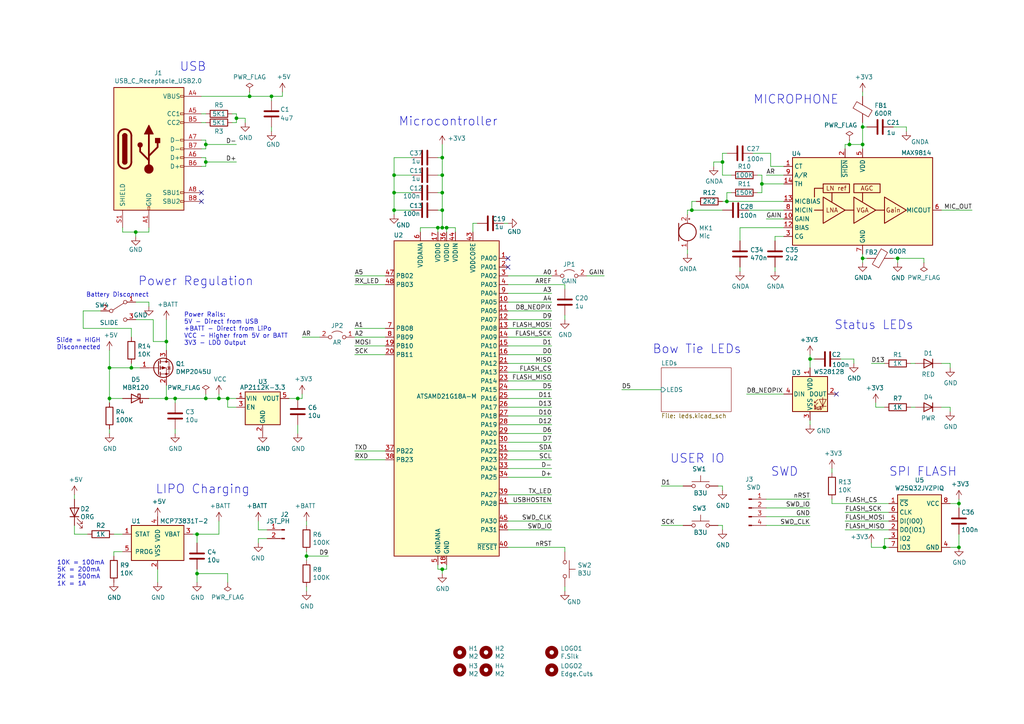
<source format=kicad_sch>
(kicad_sch (version 20210126) (generator eeschema)
  (paper "A4")
  (title_block (title "Blinky Bowtie") (date "2021-02-22") (rev "0.1") (company "Josh Johnson"))
  (junction (at 31.75 106.68) (diameter 0.9144))
  (junction (at 31.75 115.57) (diameter 0.9144))
  (junction (at 38.1 106.68) (diameter 0.9144))
  (junction (at 39.37 67.31) (diameter 0.9144))
  (junction (at 48.26 99.06) (diameter 0.9144))
  (junction (at 48.26 115.57) (diameter 0.9144))
  (junction (at 50.8 115.57) (diameter 0.9144))
  (junction (at 57.15 154.94) (diameter 0.9144))
  (junction (at 57.15 166.37) (diameter 0.9144))
  (junction (at 59.69 41.91) (diameter 0.9144))
  (junction (at 59.69 46.99) (diameter 0.9144))
  (junction (at 59.69 115.57) (diameter 0.9144))
  (junction (at 63.5 115.57) (diameter 0.9144))
  (junction (at 66.04 115.57) (diameter 0.9144))
  (junction (at 68.58 34.29) (diameter 0.9144))
  (junction (at 72.39 27.94) (diameter 0.9144))
  (junction (at 78.74 27.94) (diameter 0.9144))
  (junction (at 86.36 115.57) (diameter 0.9144))
  (junction (at 88.9 161.29) (diameter 0.9144))
  (junction (at 114.3 50.8) (diameter 0.9144))
  (junction (at 114.3 55.88) (diameter 0.9144))
  (junction (at 114.3 60.96) (diameter 0.9144))
  (junction (at 127 66.04) (diameter 0.9144))
  (junction (at 128.27 45.72) (diameter 0.9144))
  (junction (at 128.27 50.8) (diameter 0.9144))
  (junction (at 128.27 55.88) (diameter 0.9144))
  (junction (at 128.27 60.96) (diameter 0.9144))
  (junction (at 128.27 66.04) (diameter 0.9144))
  (junction (at 128.27 165.1) (diameter 0.9144))
  (junction (at 129.54 66.04) (diameter 0.9144))
  (junction (at 200.66 60.96) (diameter 0.9144))
  (junction (at 209.55 46.99) (diameter 0.9144))
  (junction (at 210.82 58.42) (diameter 0.9144))
  (junction (at 220.98 53.34) (diameter 0.9144))
  (junction (at 234.95 104.14) (diameter 0.9144))
  (junction (at 246.38 41.91) (diameter 0.9144))
  (junction (at 250.19 36.83) (diameter 0.9144))
  (junction (at 250.19 41.91) (diameter 0.9144))
  (junction (at 250.19 74.93) (diameter 0.9144))
  (junction (at 256.54 158.75) (diameter 0.9144))
  (junction (at 260.35 74.93) (diameter 0.9144))
  (junction (at 278.13 146.05) (diameter 0.9144))
  (junction (at 278.13 158.75) (diameter 0.9144))
  (no_connect (at 58.42 55.88))
  (no_connect (at 58.42 58.42))
  (no_connect (at 147.32 74.93))
  (no_connect (at 147.32 77.47))
  (no_connect (at 242.57 114.3))
  (wire (pts (xy 21.59 143.51) (xy 21.59 144.78)))
  (wire (pts (xy 21.59 152.4) (xy 21.59 154.94)))
  (wire (pts (xy 21.59 154.94) (xy 25.4 154.94)))
  (wire (pts (xy 24.13 90.17) (xy 29.21 90.17)))
  (wire (pts (xy 24.13 95.25) (xy 24.13 90.17)))
  (wire (pts (xy 31.75 101.6) (xy 31.75 106.68)))
  (wire (pts (xy 31.75 106.68) (xy 31.75 115.57)))
  (wire (pts (xy 31.75 106.68) (xy 38.1 106.68)))
  (wire (pts (xy 31.75 115.57) (xy 35.56 115.57)))
  (wire (pts (xy 31.75 116.84) (xy 31.75 115.57)))
  (wire (pts (xy 31.75 124.46) (xy 31.75 125.73)))
  (wire (pts (xy 33.02 154.94) (xy 35.56 154.94)))
  (wire (pts (xy 33.02 160.02) (xy 33.02 161.29)))
  (wire (pts (xy 35.56 67.31) (xy 35.56 66.04)))
  (wire (pts (xy 35.56 160.02) (xy 33.02 160.02)))
  (wire (pts (xy 38.1 95.25) (xy 24.13 95.25)))
  (wire (pts (xy 38.1 95.25) (xy 38.1 97.79)))
  (wire (pts (xy 38.1 105.41) (xy 38.1 106.68)))
  (wire (pts (xy 38.1 106.68) (xy 40.64 106.68)))
  (wire (pts (xy 39.37 67.31) (xy 35.56 67.31)))
  (wire (pts (xy 39.37 68.58) (xy 39.37 67.31)))
  (wire (pts (xy 39.37 87.63) (xy 43.18 87.63)))
  (wire (pts (xy 39.37 92.71) (xy 44.45 92.71)))
  (wire (pts (xy 43.18 66.04) (xy 43.18 67.31)))
  (wire (pts (xy 43.18 67.31) (xy 39.37 67.31)))
  (wire (pts (xy 43.18 87.63) (xy 43.18 88.9)))
  (wire (pts (xy 43.18 115.57) (xy 48.26 115.57)))
  (wire (pts (xy 44.45 99.06) (xy 44.45 92.71)))
  (wire (pts (xy 45.72 165.1) (xy 45.72 168.91)))
  (wire (pts (xy 48.26 92.71) (xy 48.26 99.06)))
  (wire (pts (xy 48.26 99.06) (xy 44.45 99.06)))
  (wire (pts (xy 48.26 99.06) (xy 48.26 101.6)))
  (wire (pts (xy 48.26 115.57) (xy 48.26 111.76)))
  (wire (pts (xy 48.26 115.57) (xy 50.8 115.57)))
  (wire (pts (xy 50.8 115.57) (xy 50.8 116.84)))
  (wire (pts (xy 50.8 115.57) (xy 59.69 115.57)))
  (wire (pts (xy 50.8 124.46) (xy 50.8 125.73)))
  (wire (pts (xy 55.88 154.94) (xy 57.15 154.94)))
  (wire (pts (xy 57.15 154.94) (xy 57.15 157.48)))
  (wire (pts (xy 57.15 154.94) (xy 63.5 154.94)))
  (wire (pts (xy 57.15 165.1) (xy 57.15 166.37)))
  (wire (pts (xy 57.15 166.37) (xy 57.15 168.91)))
  (wire (pts (xy 58.42 27.94) (xy 72.39 27.94)))
  (wire (pts (xy 58.42 40.64) (xy 59.69 40.64)))
  (wire (pts (xy 58.42 45.72) (xy 59.69 45.72)))
  (wire (pts (xy 59.69 33.02) (xy 58.42 33.02)))
  (wire (pts (xy 59.69 35.56) (xy 58.42 35.56)))
  (wire (pts (xy 59.69 40.64) (xy 59.69 41.91)))
  (wire (pts (xy 59.69 41.91) (xy 59.69 43.18)))
  (wire (pts (xy 59.69 41.91) (xy 68.58 41.91)))
  (wire (pts (xy 59.69 43.18) (xy 58.42 43.18)))
  (wire (pts (xy 59.69 45.72) (xy 59.69 46.99)))
  (wire (pts (xy 59.69 46.99) (xy 59.69 48.26)))
  (wire (pts (xy 59.69 46.99) (xy 68.58 46.99)))
  (wire (pts (xy 59.69 48.26) (xy 58.42 48.26)))
  (wire (pts (xy 59.69 114.3) (xy 59.69 115.57)))
  (wire (pts (xy 59.69 115.57) (xy 63.5 115.57)))
  (wire (pts (xy 63.5 115.57) (xy 63.5 114.3)))
  (wire (pts (xy 63.5 115.57) (xy 66.04 115.57)))
  (wire (pts (xy 63.5 154.94) (xy 63.5 151.13)))
  (wire (pts (xy 66.04 115.57) (xy 68.58 115.57)))
  (wire (pts (xy 66.04 118.11) (xy 66.04 115.57)))
  (wire (pts (xy 66.04 166.37) (xy 57.15 166.37)))
  (wire (pts (xy 66.04 168.91) (xy 66.04 166.37)))
  (wire (pts (xy 67.31 33.02) (xy 68.58 33.02)))
  (wire (pts (xy 68.58 33.02) (xy 68.58 34.29)))
  (wire (pts (xy 68.58 34.29) (xy 68.58 35.56)))
  (wire (pts (xy 68.58 35.56) (xy 67.31 35.56)))
  (wire (pts (xy 68.58 118.11) (xy 66.04 118.11)))
  (wire (pts (xy 71.12 34.29) (xy 68.58 34.29)))
  (wire (pts (xy 71.12 35.56) (xy 71.12 34.29)))
  (wire (pts (xy 72.39 26.67) (xy 72.39 27.94)))
  (wire (pts (xy 72.39 27.94) (xy 78.74 27.94)))
  (wire (pts (xy 74.93 153.67) (xy 74.93 151.13)))
  (wire (pts (xy 74.93 156.21) (xy 74.93 157.48)))
  (wire (pts (xy 77.47 153.67) (xy 74.93 153.67)))
  (wire (pts (xy 77.47 156.21) (xy 74.93 156.21)))
  (wire (pts (xy 78.74 27.94) (xy 81.915 27.94)))
  (wire (pts (xy 78.74 29.21) (xy 78.74 27.94)))
  (wire (pts (xy 78.74 38.1) (xy 78.74 36.83)))
  (wire (pts (xy 81.915 26.67) (xy 81.915 27.94)))
  (wire (pts (xy 83.82 115.57) (xy 86.36 115.57)))
  (wire (pts (xy 86.36 115.57) (xy 87.63 115.57)))
  (wire (pts (xy 86.36 123.19) (xy 86.36 125.73)))
  (wire (pts (xy 87.63 97.79) (xy 92.71 97.79)))
  (wire (pts (xy 87.63 115.57) (xy 87.63 114.3)))
  (wire (pts (xy 88.9 151.13) (xy 88.9 152.4)))
  (wire (pts (xy 88.9 160.02) (xy 88.9 161.29)))
  (wire (pts (xy 88.9 161.29) (xy 88.9 162.56)))
  (wire (pts (xy 88.9 161.29) (xy 95.25 161.29)))
  (wire (pts (xy 88.9 170.18) (xy 88.9 171.45)))
  (wire (pts (xy 102.87 80.01) (xy 111.76 80.01)))
  (wire (pts (xy 102.87 82.55) (xy 111.76 82.55)))
  (wire (pts (xy 102.87 95.25) (xy 111.76 95.25)))
  (wire (pts (xy 102.87 97.79) (xy 111.76 97.79)))
  (wire (pts (xy 102.87 100.33) (xy 111.76 100.33)))
  (wire (pts (xy 102.87 102.87) (xy 111.76 102.87)))
  (wire (pts (xy 102.87 130.81) (xy 111.76 130.81)))
  (wire (pts (xy 102.87 133.35) (xy 111.76 133.35)))
  (wire (pts (xy 114.3 45.72) (xy 114.3 50.8)))
  (wire (pts (xy 114.3 50.8) (xy 114.3 55.88)))
  (wire (pts (xy 114.3 55.88) (xy 114.3 60.96)))
  (wire (pts (xy 114.3 60.96) (xy 114.3 62.23)))
  (wire (pts (xy 119.38 45.72) (xy 114.3 45.72)))
  (wire (pts (xy 119.38 50.8) (xy 114.3 50.8)))
  (wire (pts (xy 119.38 55.88) (xy 114.3 55.88)))
  (wire (pts (xy 119.38 60.96) (xy 114.3 60.96)))
  (wire (pts (xy 121.92 66.04) (xy 127 66.04)))
  (wire (pts (xy 121.92 67.31) (xy 121.92 66.04)))
  (wire (pts (xy 127 45.72) (xy 128.27 45.72)))
  (wire (pts (xy 127 50.8) (xy 128.27 50.8)))
  (wire (pts (xy 127 55.88) (xy 128.27 55.88)))
  (wire (pts (xy 127 60.96) (xy 128.27 60.96)))
  (wire (pts (xy 127 66.04) (xy 127 67.31)))
  (wire (pts (xy 127 66.04) (xy 128.27 66.04)))
  (wire (pts (xy 127 163.83) (xy 127 165.1)))
  (wire (pts (xy 127 165.1) (xy 128.27 165.1)))
  (wire (pts (xy 128.27 41.91) (xy 128.27 45.72)))
  (wire (pts (xy 128.27 45.72) (xy 128.27 50.8)))
  (wire (pts (xy 128.27 50.8) (xy 128.27 55.88)))
  (wire (pts (xy 128.27 55.88) (xy 128.27 60.96)))
  (wire (pts (xy 128.27 60.96) (xy 128.27 66.04)))
  (wire (pts (xy 128.27 66.04) (xy 129.54 66.04)))
  (wire (pts (xy 128.27 165.1) (xy 128.27 166.37)))
  (wire (pts (xy 128.27 165.1) (xy 129.54 165.1)))
  (wire (pts (xy 129.54 66.04) (xy 129.54 67.31)))
  (wire (pts (xy 129.54 165.1) (xy 129.54 163.83)))
  (wire (pts (xy 132.08 66.04) (xy 129.54 66.04)))
  (wire (pts (xy 132.08 67.31) (xy 132.08 66.04)))
  (wire (pts (xy 137.16 64.77) (xy 137.16 67.31)))
  (wire (pts (xy 138.43 64.77) (xy 137.16 64.77)))
  (wire (pts (xy 146.05 64.77) (xy 147.32 64.77)))
  (wire (pts (xy 147.32 80.01) (xy 160.02 80.01)))
  (wire (pts (xy 147.32 82.55) (xy 163.83 82.55)))
  (wire (pts (xy 147.32 85.09) (xy 160.02 85.09)))
  (wire (pts (xy 147.32 87.63) (xy 160.02 87.63)))
  (wire (pts (xy 147.32 90.17) (xy 160.02 90.17)))
  (wire (pts (xy 147.32 92.71) (xy 160.02 92.71)))
  (wire (pts (xy 147.32 95.25) (xy 160.02 95.25)))
  (wire (pts (xy 147.32 97.79) (xy 160.02 97.79)))
  (wire (pts (xy 147.32 100.33) (xy 160.02 100.33)))
  (wire (pts (xy 147.32 102.87) (xy 160.02 102.87)))
  (wire (pts (xy 147.32 105.41) (xy 160.02 105.41)))
  (wire (pts (xy 147.32 107.95) (xy 160.02 107.95)))
  (wire (pts (xy 147.32 110.49) (xy 160.02 110.49)))
  (wire (pts (xy 147.32 113.03) (xy 160.02 113.03)))
  (wire (pts (xy 147.32 115.57) (xy 160.02 115.57)))
  (wire (pts (xy 147.32 118.11) (xy 160.02 118.11)))
  (wire (pts (xy 147.32 120.65) (xy 160.02 120.65)))
  (wire (pts (xy 147.32 123.19) (xy 160.02 123.19)))
  (wire (pts (xy 147.32 125.73) (xy 160.02 125.73)))
  (wire (pts (xy 147.32 128.27) (xy 160.02 128.27)))
  (wire (pts (xy 147.32 130.81) (xy 160.02 130.81)))
  (wire (pts (xy 147.32 133.35) (xy 160.02 133.35)))
  (wire (pts (xy 147.32 135.89) (xy 160.02 135.89)))
  (wire (pts (xy 147.32 138.43) (xy 160.02 138.43)))
  (wire (pts (xy 147.32 143.51) (xy 160.02 143.51)))
  (wire (pts (xy 147.32 146.05) (xy 160.02 146.05)))
  (wire (pts (xy 147.32 151.13) (xy 160.02 151.13)))
  (wire (pts (xy 147.32 153.67) (xy 160.02 153.67)))
  (wire (pts (xy 147.32 158.75) (xy 163.83 158.75)))
  (wire (pts (xy 163.83 83.82) (xy 163.83 82.55)))
  (wire (pts (xy 163.83 91.44) (xy 163.83 92.71)))
  (wire (pts (xy 163.83 160.02) (xy 163.83 158.75)))
  (wire (pts (xy 163.83 170.18) (xy 163.83 171.45)))
  (wire (pts (xy 175.26 80.01) (xy 170.18 80.01)))
  (wire (pts (xy 180.34 113.03) (xy 191.77 113.03)))
  (wire (pts (xy 191.77 140.97) (xy 198.12 140.97)))
  (wire (pts (xy 191.77 152.4) (xy 198.12 152.4)))
  (wire (pts (xy 199.39 60.96) (xy 199.39 62.23)))
  (wire (pts (xy 199.39 72.39) (xy 199.39 73.66)))
  (wire (pts (xy 200.66 58.42) (xy 200.66 60.96)))
  (wire (pts (xy 200.66 60.96) (xy 199.39 60.96)))
  (wire (pts (xy 200.66 60.96) (xy 209.55 60.96)))
  (wire (pts (xy 201.93 58.42) (xy 200.66 58.42)))
  (wire (pts (xy 207.01 46.99) (xy 207.01 48.26)))
  (wire (pts (xy 208.28 140.97) (xy 209.55 140.97)))
  (wire (pts (xy 208.28 152.4) (xy 209.55 152.4)))
  (wire (pts (xy 209.55 44.45) (xy 209.55 46.99)))
  (wire (pts (xy 209.55 46.99) (xy 207.01 46.99)))
  (wire (pts (xy 209.55 46.99) (xy 209.55 50.8)))
  (wire (pts (xy 209.55 50.8) (xy 212.09 50.8)))
  (wire (pts (xy 209.55 58.42) (xy 210.82 58.42)))
  (wire (pts (xy 209.55 140.97) (xy 209.55 142.24)))
  (wire (pts (xy 209.55 152.4) (xy 209.55 153.67)))
  (wire (pts (xy 210.82 44.45) (xy 209.55 44.45)))
  (wire (pts (xy 210.82 55.88) (xy 210.82 58.42)))
  (wire (pts (xy 210.82 58.42) (xy 227.33 58.42)))
  (wire (pts (xy 212.09 55.88) (xy 210.82 55.88)))
  (wire (pts (xy 214.63 66.04) (xy 214.63 69.85)))
  (wire (pts (xy 214.63 66.04) (xy 227.33 66.04)))
  (wire (pts (xy 214.63 77.47) (xy 214.63 78.74)))
  (wire (pts (xy 216.535 114.3) (xy 227.33 114.3)))
  (wire (pts (xy 217.17 60.96) (xy 227.33 60.96)))
  (wire (pts (xy 218.44 44.45) (xy 223.52 44.45)))
  (wire (pts (xy 219.71 50.8) (xy 220.98 50.8)))
  (wire (pts (xy 219.71 55.88) (xy 220.98 55.88)))
  (wire (pts (xy 220.98 53.34) (xy 220.98 50.8)))
  (wire (pts (xy 220.98 53.34) (xy 227.33 53.34)))
  (wire (pts (xy 220.98 55.88) (xy 220.98 53.34)))
  (wire (pts (xy 222.25 50.8) (xy 227.33 50.8)))
  (wire (pts (xy 222.25 63.5) (xy 227.33 63.5)))
  (wire (pts (xy 222.25 144.78) (xy 234.95 144.78)))
  (wire (pts (xy 222.25 147.32) (xy 234.95 147.32)))
  (wire (pts (xy 222.25 149.86) (xy 234.95 149.86)))
  (wire (pts (xy 222.25 152.4) (xy 234.95 152.4)))
  (wire (pts (xy 223.52 48.26) (xy 223.52 44.45)))
  (wire (pts (xy 224.79 68.58) (xy 224.79 69.85)))
  (wire (pts (xy 224.79 77.47) (xy 224.79 78.74)))
  (wire (pts (xy 227.33 48.26) (xy 223.52 48.26)))
  (wire (pts (xy 227.33 68.58) (xy 224.79 68.58)))
  (wire (pts (xy 234.95 102.87) (xy 234.95 104.14)))
  (wire (pts (xy 234.95 104.14) (xy 234.95 106.68)))
  (wire (pts (xy 234.95 121.92) (xy 234.95 123.19)))
  (wire (pts (xy 236.22 104.14) (xy 234.95 104.14)))
  (wire (pts (xy 241.3 135.89) (xy 241.3 137.16)))
  (wire (pts (xy 241.3 146.05) (xy 241.3 144.78)))
  (wire (pts (xy 241.3 146.05) (xy 257.81 146.05)))
  (wire (pts (xy 245.11 41.91) (xy 246.38 41.91)))
  (wire (pts (xy 245.11 43.18) (xy 245.11 41.91)))
  (wire (pts (xy 246.38 40.64) (xy 246.38 41.91)))
  (wire (pts (xy 246.38 41.91) (xy 250.19 41.91)))
  (wire (pts (xy 247.65 104.14) (xy 243.84 104.14)))
  (wire (pts (xy 247.65 105.41) (xy 247.65 104.14)))
  (wire (pts (xy 250.19 26.67) (xy 250.19 27.94)))
  (wire (pts (xy 250.19 35.56) (xy 250.19 36.83)))
  (wire (pts (xy 250.19 36.83) (xy 250.19 41.91)))
  (wire (pts (xy 250.19 36.83) (xy 251.46 36.83)))
  (wire (pts (xy 250.19 41.91) (xy 250.19 43.18)))
  (wire (pts (xy 250.19 73.66) (xy 250.19 74.93)))
  (wire (pts (xy 250.19 74.93) (xy 251.46 74.93)))
  (wire (pts (xy 250.19 76.2) (xy 250.19 74.93)))
  (wire (pts (xy 252.73 105.41) (xy 256.54 105.41)))
  (wire (pts (xy 252.73 157.48) (xy 252.73 158.75)))
  (wire (pts (xy 252.73 158.75) (xy 256.54 158.75)))
  (wire (pts (xy 254 116.84) (xy 254 118.11)))
  (wire (pts (xy 254 118.11) (xy 256.54 118.11)))
  (wire (pts (xy 256.54 156.21) (xy 257.81 156.21)))
  (wire (pts (xy 256.54 158.75) (xy 256.54 156.21)))
  (wire (pts (xy 257.81 148.59) (xy 245.11 148.59)))
  (wire (pts (xy 257.81 151.13) (xy 245.11 151.13)))
  (wire (pts (xy 257.81 153.67) (xy 245.11 153.67)))
  (wire (pts (xy 257.81 158.75) (xy 256.54 158.75)))
  (wire (pts (xy 259.08 36.83) (xy 262.89 36.83)))
  (wire (pts (xy 260.35 74.93) (xy 259.08 74.93)))
  (wire (pts (xy 260.35 76.2) (xy 260.35 74.93)))
  (wire (pts (xy 262.89 36.83) (xy 262.89 38.1)))
  (wire (pts (xy 264.16 105.41) (xy 265.43 105.41)))
  (wire (pts (xy 264.16 118.11) (xy 265.43 118.11)))
  (wire (pts (xy 267.97 74.93) (xy 260.35 74.93)))
  (wire (pts (xy 267.97 76.2) (xy 267.97 74.93)))
  (wire (pts (xy 273.05 105.41) (xy 275.59 105.41)))
  (wire (pts (xy 273.05 118.11) (xy 275.59 118.11)))
  (wire (pts (xy 275.59 106.68) (xy 275.59 105.41)))
  (wire (pts (xy 275.59 119.38) (xy 275.59 118.11)))
  (wire (pts (xy 275.59 146.05) (xy 278.13 146.05)))
  (wire (pts (xy 275.59 158.75) (xy 278.13 158.75)))
  (wire (pts (xy 278.13 146.05) (xy 278.13 144.78)))
  (wire (pts (xy 278.13 146.05) (xy 278.13 147.32)))
  (wire (pts (xy 278.13 154.94) (xy 278.13 158.75)))
  (wire (pts (xy 281.94 60.96) (xy 273.05 60.96)))
  (text "10K = 100mA\n5K = 200mA\n2K = 500mA\n1K = 1A" (at 16.51 170.18 0) (effects (font (size 1.27 1.27)) (justify left bottom)))
  (text "Slide = HIGH\nDisconnected" (at 29.21 101.6 180) (effects (font (size 1.27 1.27)) (justify right bottom)))
  (text "Power Regulation" (at 40.005 83.185 0) (effects (font (size 2.54 2.54)) (justify left bottom)))
  (text "Battery Disconnect" (at 43.18 86.36 180) (effects (font (size 1.27 1.27)) (justify right bottom)))
  (text "LIPO Charging" (at 45.085 143.51 0) (effects (font (size 2.54 2.54)) (justify left bottom)))
  (text "USB" (at 52.07 20.955 0) (effects (font (size 2.54 2.54)) (justify left bottom)))
  (text "Power Rails:\n5V - Direct from USB\n+BATT - Direct from LiPo\nVCC - Higher from 5V or BATT\n3V3 - LDO Output" (at 53.34 100.33 0) (effects (font (size 1.27 1.27)) (justify left bottom)))
  (text "Microcontroller" (at 115.57 36.83 0) (effects (font (size 2.54 2.54)) (justify left bottom)))
  (text "Bow Tie LEDs" (at 189.23 102.87 0) (effects (font (size 2.54 2.54)) (justify left bottom)))
  (text "USER IO" (at 194.31 134.62 0) (effects (font (size 2.54 2.54)) (justify left bottom)))
  (text "MICROPHONE" (at 218.44 30.48 0) (effects (font (size 2.54 2.54)) (justify left bottom)))
  (text "SWD" (at 223.52 138.43 0) (effects (font (size 2.54 2.54)) (justify left bottom)))
  (text "Status LEDs" (at 241.935 95.885 0) (effects (font (size 2.54 2.54)) (justify left bottom)))
  (text "SPI FLASH" (at 257.81 138.43 0) (effects (font (size 2.54 2.54)) (justify left bottom)))
  (label "D-" (at 68.58 41.91 180))
  (label "D+" (at 68.58 46.99 180))
  (label "AR" (at 87.63 97.79 0))
  (label "D9" (at 95.25 161.29 180))
  (label "A5" (at 102.87 80.01 0))
  (label "RX_LED" (at 102.87 82.55 0))
  (label "A1" (at 102.87 95.25 0))
  (label "A2" (at 102.87 97.79 0))
  (label "MOSI" (at 102.87 100.33 0))
  (label "SCK" (at 102.87 102.87 0))
  (label "TXD" (at 102.87 130.81 0))
  (label "RXD" (at 102.87 133.35 0))
  (label "A0" (at 160.02 80.01 180))
  (label "AREF" (at 160.02 82.55 180))
  (label "A3" (at 160.02 85.09 180))
  (label "A4" (at 160.02 87.63 180))
  (label "D8_NEOPIX" (at 160.02 90.17 180))
  (label "D9" (at 160.02 92.71 180))
  (label "FLASH_MOSI" (at 160.02 95.25 180))
  (label "FLASH_SCK" (at 160.02 97.79 180))
  (label "D1" (at 160.02 100.33 180))
  (label "D0" (at 160.02 102.87 180))
  (label "MISO" (at 160.02 105.41 180))
  (label "FLASH_CS" (at 160.02 107.95 180))
  (label "FLASH_MISO" (at 160.02 110.49 180))
  (label "D5" (at 160.02 113.03 180))
  (label "D11" (at 160.02 115.57 180))
  (label "D13" (at 160.02 118.11 180))
  (label "D10" (at 160.02 120.65 180))
  (label "D12" (at 160.02 123.19 180))
  (label "D6" (at 160.02 125.73 180))
  (label "D7" (at 160.02 128.27 180))
  (label "SDA" (at 160.02 130.81 180))
  (label "SCL" (at 160.02 133.35 180))
  (label "D-" (at 160.02 135.89 180))
  (label "D+" (at 160.02 138.43 180))
  (label "TX_LED" (at 160.02 143.51 180))
  (label "USBHOSTEN" (at 160.02 146.05 180))
  (label "SWD_CLK" (at 160.02 151.13 180))
  (label "SWD_IO" (at 160.02 153.67 180))
  (label "nRST" (at 160.02 158.75 180))
  (label "GAIN" (at 175.26 80.01 180))
  (label "D5" (at 180.34 113.03 0))
  (label "D1" (at 191.77 140.97 0))
  (label "SCK" (at 191.77 152.4 0))
  (label "D8_NEOPIX" (at 216.535 114.3 0))
  (label "AR" (at 222.25 50.8 0))
  (label "GAIN" (at 222.25 63.5 0))
  (label "nRST" (at 234.95 144.78 180))
  (label "SWD_IO" (at 234.95 147.32 180))
  (label "GND" (at 234.95 149.86 180))
  (label "SWD_CLK" (at 234.95 152.4 180))
  (label "FLASH_CS" (at 245.11 146.05 0))
  (label "FLASH_SCK" (at 245.11 148.59 0))
  (label "FLASH_MOSI" (at 245.11 151.13 0))
  (label "FLASH_MISO" (at 245.11 153.67 0))
  (label "D13" (at 252.73 105.41 0))
  (label "MIC_OUT" (at 281.94 60.96 180))
  (symbol (lib_id "power:PWR_FLAG") (at 59.69 114.3 0) (unit 1)
    (property "Reference" "#FLG0101" (effects hide))
    (property "Value" "PWR_FLAG" (at 53.34 112.4458 0))
  )
  (symbol (lib_id "power:PWR_FLAG") (at 66.04 168.91 180) (unit 1)
    (property "Reference" "#FLG0104" (effects hide))
    (property "Value" "PWR_FLAG" (at 66.04 173.2344 0))
  )
  (symbol (lib_id "power:PWR_FLAG") (at 72.39 26.67 0) (unit 1)
    (property "Reference" "#FLG0102" (effects hide))
    (property "Value" "PWR_FLAG" (at 72.39 22.3456 0))
  )
  (symbol (lib_id "power:PWR_FLAG") (at 246.38 40.64 0) (unit 1)
    (property "Reference" "#FLG0103" (effects hide))
    (property "Value" "PWR_FLAG" (at 243.84 36.316 0))
  )
  (symbol (lib_id "power:PWR_FLAG") (at 267.97 76.2 180) (unit 1)
    (property "Reference" "#FLG0105" (effects hide))
    (property "Value" "PWR_FLAG" (at 267.97 80.5244 0))
  )
  (symbol (lib_id "power:+5V") (at 21.59 143.51 0) (unit 1)
    (property "Reference" "#PWR03" (effects hide))
    (property "Value" "+5V" (at 21.971 139.1158 0))
  )
  (symbol (lib_id "power:+5V") (at 31.75 101.6 0) (unit 1)
    (property "Reference" "#PWR01" (effects hide))
    (property "Value" "+5V" (at 32.131 97.2058 0))
  )
  (symbol (lib_id "power:+5V") (at 45.72 149.86 0) (unit 1)
    (property "Reference" "#PWR09" (effects hide))
    (property "Value" "+5V" (at 46.101 145.4658 0))
  )
  (symbol (lib_id "power:+BATT") (at 48.26 92.71 0) (unit 1)
    (property "Reference" "#PWR07" (effects hide))
    (property "Value" "+BATT" (at 48.641 88.3158 0))
  )
  (symbol (lib_id "power:VCC") (at 63.5 114.3 0) (unit 1)
    (property "Reference" "#PWR0101" (effects hide))
    (property "Value" "VCC" (at 63.8683 109.9756 0))
  )
  (symbol (lib_id "power:+BATT") (at 63.5 151.13 0) (unit 1)
    (property "Reference" "#PWR015" (effects hide))
    (property "Value" "+BATT" (at 63.881 146.7358 0))
  )
  (symbol (lib_id "power:+BATT") (at 74.93 151.13 0) (mirror y) (unit 1)
    (property "Reference" "#PWR011" (effects hide))
    (property "Value" "+BATT" (at 74.549 146.7358 0))
  )
  (symbol (lib_id "power:+5V") (at 81.915 26.67 0) (unit 1)
    (property "Reference" "#PWR016" (effects hide))
    (property "Value" "+5V" (at 82.296 22.2758 0))
  )
  (symbol (lib_id "power:+3V3") (at 87.63 114.3 0) (unit 1)
    (property "Reference" "#PWR020" (effects hide))
    (property "Value" "+3V3" (at 88.011 109.9058 0))
  )
  (symbol (lib_id "power:+BATT") (at 88.9 151.13 0) (mirror y) (unit 1)
    (property "Reference" "#PWR0102" (effects hide))
    (property "Value" "+BATT" (at 88.519 146.7358 0))
  )
  (symbol (lib_id "power:+3V3") (at 128.27 41.91 0) (unit 1)
    (property "Reference" "#PWR0105" (effects hide))
    (property "Value" "+3V3" (at 132.4483 40.1256 0))
  )
  (symbol (lib_id "power:+3V3") (at 234.95 102.87 0) (unit 1)
    (property "Reference" "#PWR0146" (effects hide))
    (property "Value" "+3V3" (at 234.6833 98.5456 0))
  )
  (symbol (lib_id "power:+3V3") (at 241.3 135.89 0) (unit 1)
    (property "Reference" "#PWR0185" (effects hide))
    (property "Value" "+3V3" (at 241.681 131.4958 0))
  )
  (symbol (lib_id "power:+3V3") (at 250.19 26.67 0) (unit 1)
    (property "Reference" "#PWR0190" (effects hide))
    (property "Value" "+3V3" (at 250.5583 22.3456 0))
  )
  (symbol (lib_id "power:+3V3") (at 252.73 157.48 0) (unit 1)
    (property "Reference" "#PWR0186" (effects hide))
    (property "Value" "+3V3" (at 249.2883 155.6956 0))
  )
  (symbol (lib_id "power:+3V3") (at 254 116.84 0) (unit 1)
    (property "Reference" "#PWR0149" (effects hide))
    (property "Value" "+3V3" (at 253.7333 112.5156 0))
  )
  (symbol (lib_id "power:+3V3") (at 278.13 144.78 0) (unit 1)
    (property "Reference" "#PWR0184" (effects hide))
    (property "Value" "+3V3" (at 278.511 140.3858 0))
  )
  (symbol (lib_id "power:GND") (at 31.75 125.73 0) (unit 1)
    (property "Reference" "#PWR02" (effects hide))
    (property "Value" "GND" (at 31.877 130.1242 0))
  )
  (symbol (lib_id "power:GND") (at 33.02 168.91 0) (unit 1)
    (property "Reference" "#PWR05" (effects hide))
    (property "Value" "GND" (at 33.147 173.3042 0))
  )
  (symbol (lib_id "power:GND") (at 39.37 68.58 0) (unit 1)
    (property "Reference" "#PWR0109" (effects hide))
    (property "Value" "GND" (at 39.37 72.39 0))
  )
  (symbol (lib_id "power:GND") (at 43.18 88.9 0) (unit 1)
    (property "Reference" "#PWR0193" (effects hide))
    (property "Value" "GND" (at 40.767 91.3892 0))
  )
  (symbol (lib_id "power:GND") (at 45.72 168.91 0) (unit 1)
    (property "Reference" "#PWR010" (effects hide))
    (property "Value" "GND" (at 45.847 173.3042 0))
  )
  (symbol (lib_id "power:GND") (at 50.8 125.73 0) (unit 1)
    (property "Reference" "#PWR08" (effects hide))
    (property "Value" "GND" (at 50.927 130.1242 0))
  )
  (symbol (lib_id "power:GND") (at 57.15 168.91 0) (unit 1)
    (property "Reference" "#PWR014" (effects hide))
    (property "Value" "GND" (at 57.277 173.3042 0))
  )
  (symbol (lib_id "power:GND") (at 71.12 35.56 0) (unit 1)
    (property "Reference" "#PWR0111" (effects hide))
    (property "Value" "GND" (at 71.247 39.9542 0))
  )
  (symbol (lib_id "power:GND") (at 74.93 157.48 0) (mirror y) (unit 1)
    (property "Reference" "#PWR012" (effects hide))
    (property "Value" "GND" (at 74.803 161.8742 0))
  )
  (symbol (lib_id "power:GND") (at 76.2 125.73 0) (unit 1)
    (property "Reference" "#PWR017" (effects hide))
    (property "Value" "GND" (at 76.327 130.1242 0))
  )
  (symbol (lib_id "power:GND") (at 78.74 38.1 0) (unit 1)
    (property "Reference" "#PWR0110" (effects hide))
    (property "Value" "GND" (at 81.28 41.91 0) (effects (justify right)))
  )
  (symbol (lib_id "power:GND") (at 86.36 125.73 0) (unit 1)
    (property "Reference" "#PWR019" (effects hide))
    (property "Value" "GND" (at 86.487 130.1242 0))
  )
  (symbol (lib_id "power:GND") (at 88.9 171.45 0) (unit 1)
    (property "Reference" "#PWR0103" (effects hide))
    (property "Value" "GND" (at 89.027 175.8442 0))
  )
  (symbol (lib_id "power:GND") (at 114.3 62.23 0) (unit 1)
    (property "Reference" "#PWR0104" (effects hide))
    (property "Value" "GND" (at 116.9543 65.2844 0))
  )
  (symbol (lib_id "power:GND") (at 128.27 166.37 0) (unit 1)
    (property "Reference" "#PWR0181" (effects hide))
    (property "Value" "GND" (at 128.397 170.7642 0))
  )
  (symbol (lib_id "power:GND") (at 147.32 64.77 90) (unit 1)
    (property "Reference" "#PWR0106" (effects hide))
    (property "Value" "GND" (at 149.1742 67.183 90))
  )
  (symbol (lib_id "power:GND") (at 163.83 92.71 0) (unit 1)
    (property "Reference" "#PWR0176" (effects hide))
    (property "Value" "GND" (at 163.957 97.1042 0))
  )
  (symbol (lib_id "power:GND") (at 163.83 171.45 0) (unit 1)
    (property "Reference" "#PWR0182" (effects hide))
    (property "Value" "GND" (at 166.497 174.5742 0))
  )
  (symbol (lib_id "power:GNDA") (at 199.39 73.66 0) (unit 1)
    (property "Reference" "#PWR0178" (effects hide))
    (property "Value" "GNDA" (at 199.5043 77.9844 0))
  )
  (symbol (lib_id "power:GNDA") (at 207.01 48.26 0) (unit 1)
    (property "Reference" "#PWR0177" (effects hide))
    (property "Value" "GNDA" (at 207.1243 52.5844 0))
  )
  (symbol (lib_id "power:GND") (at 209.55 142.24 0) (unit 1)
    (property "Reference" "#PWR0187" (effects hide))
    (property "Value" "GND" (at 209.677 146.6342 0))
  )
  (symbol (lib_id "power:GND") (at 209.55 153.67 0) (unit 1)
    (property "Reference" "#PWR0188" (effects hide))
    (property "Value" "GND" (at 209.677 158.0642 0))
  )
  (symbol (lib_id "power:GNDA") (at 214.63 78.74 0) (unit 1)
    (property "Reference" "#PWR0179" (effects hide))
    (property "Value" "GNDA" (at 214.7443 83.0644 0))
  )
  (symbol (lib_id "power:GNDA") (at 224.79 78.74 0) (unit 1)
    (property "Reference" "#PWR0180" (effects hide))
    (property "Value" "GNDA" (at 224.9043 83.0644 0))
  )
  (symbol (lib_id "power:GND") (at 234.95 123.19 0) (unit 1)
    (property "Reference" "#PWR0145" (effects hide))
    (property "Value" "GND" (at 238.8743 124.9744 0))
  )
  (symbol (lib_id "power:GND") (at 247.65 105.41 0) (unit 1)
    (property "Reference" "#PWR0144" (effects hide))
    (property "Value" "GND" (at 247.7643 109.7344 0))
  )
  (symbol (lib_id "power:GNDA") (at 250.19 76.2 0) (unit 1)
    (property "Reference" "#PWR0189" (effects hide))
    (property "Value" "GNDA" (at 250.3043 80.5244 0))
  )
  (symbol (lib_id "power:GND") (at 260.35 76.2 0) (unit 1)
    (property "Reference" "#PWR0191" (effects hide))
    (property "Value" "GND" (at 260.477 80.5942 0))
  )
  (symbol (lib_id "power:GNDA") (at 262.89 38.1 0) (unit 1)
    (property "Reference" "#PWR0192" (effects hide))
    (property "Value" "GNDA" (at 266.8143 41.1544 0))
  )
  (symbol (lib_id "power:GND") (at 275.59 106.68 0) (unit 1)
    (property "Reference" "#PWR0147" (effects hide))
    (property "Value" "GND" (at 275.717 111.0742 0))
  )
  (symbol (lib_id "power:GND") (at 275.59 119.38 0) (unit 1)
    (property "Reference" "#PWR0148" (effects hide))
    (property "Value" "GND" (at 275.717 123.7742 0))
  )
  (symbol (lib_id "power:GND") (at 278.13 158.75 0) (unit 1)
    (property "Reference" "#PWR0183" (effects hide))
    (property "Value" "GND" (at 278.257 163.1442 0))
  )
  (symbol (lib_id "Mechanical:MountingHole") (at 133.35 189.23 0) (unit 1)
    (property "Reference" "H1" (at 135.8901 188.0806 0) (effects (justify left)))
    (property "Value" "M2" (at 135.89 190.379 0) (effects (justify left)))
    (property "Footprint" "MountingHole:MountingHole_2.2mm_M2_DIN965" (effects hide))
  )
  (symbol (lib_id "Mechanical:MountingHole") (at 133.35 194.31 0) (unit 1)
    (property "Reference" "H3" (at 135.8901 193.1606 0) (effects (justify left)))
    (property "Value" "M2" (at 135.89 195.459 0) (effects (justify left)))
    (property "Footprint" "MountingHole:MountingHole_2.2mm_M2_DIN965" (effects hide))
  )
  (symbol (lib_id "Mechanical:MountingHole") (at 140.97 189.23 0) (unit 1)
    (property "Reference" "H2" (at 143.5101 188.0806 0) (effects (justify left)))
    (property "Value" "M2" (at 143.51 190.379 0) (effects (justify left)))
    (property "Footprint" "MountingHole:MountingHole_2.2mm_M2_DIN965" (effects hide))
  )
  (symbol (lib_id "Mechanical:MountingHole") (at 140.97 194.31 0) (unit 1)
    (property "Reference" "H4" (at 143.5101 193.1606 0) (effects (justify left)))
    (property "Value" "M2" (at 143.51 195.459 0) (effects (justify left)))
    (property "Footprint" "MountingHole:MountingHole_2.2mm_M2_DIN965" (effects hide))
  )
  (symbol (lib_id "Mechanical:MountingHole") (at 160.02 189.23 0) (unit 1) (in_bom no)
    (property "Reference" "LOGO1" (at 162.5601 188.0806 0) (effects (justify left)))
    (property "Value" "F.Silk" (at 162.56 190.379 0) (effects (justify left)))
    (property "Footprint" "ehd:bowtie-f-silk" (effects hide))
  )
  (symbol (lib_id "Mechanical:MountingHole") (at 160.02 194.31 0) (unit 1) (in_bom no)
    (property "Reference" "LOGO2" (at 162.5601 193.1606 0) (effects (justify left)))
    (property "Value" "Edge.Cuts" (at 162.56 195.459 0) (effects (justify left)))
    (property "Footprint" "ehd:bowtie-edge-cuts" (effects hide))
  )
  (symbol (lib_id "Device:R") (at 29.21 154.94 270) (unit 1)
    (property "Reference" "R2" (at 29.21 152.4 90))
    (property "Value" "1K" (at 29.21 154.94 90))
    (property "Footprint" "Resistor_SMD:R_0603_1608Metric" (effects hide))
  )
  (symbol (lib_id "Device:R") (at 31.75 120.65 0) (unit 1)
    (property "Reference" "R4" (at 33.528 119.4816 0) (effects (justify left)))
    (property "Value" "100K" (at 33.528 121.793 0) (effects (justify left)))
    (property "Footprint" "Resistor_SMD:R_0603_1608Metric" (effects hide))
  )
  (symbol (lib_id "Device:R") (at 33.02 165.1 0) (unit 1)
    (property "Reference" "R9" (at 34.798 163.9316 0) (effects (justify left)))
    (property "Value" "10K" (at 34.798 166.243 0) (effects (justify left)))
    (property "Footprint" "Resistor_SMD:R_0603_1608Metric" (effects hide))
  )
  (symbol (lib_id "Device:R") (at 38.1 101.6 0) (unit 1)
    (property "Reference" "R14" (at 39.878 100.4316 0) (effects (justify left)))
    (property "Value" "10K" (at 39.878 102.743 0) (effects (justify left)))
    (property "Footprint" "Resistor_SMD:R_0603_1608Metric" (effects hide))
  )
  (symbol (lib_id "Device:R") (at 63.5 33.02 90) (unit 1)
    (property "Reference" "R5" (at 63.5 30.48 90))
    (property "Value" "5K1" (at 63.5 33.02 90))
    (property "Footprint" "Resistor_SMD:R_0603_1608Metric" (effects hide))
  )
  (symbol (lib_id "Device:R") (at 63.5 35.56 270) (unit 1)
    (property "Reference" "R3" (at 63.5 38.1 90))
    (property "Value" "5K1" (at 63.5 35.56 90))
    (property "Footprint" "Resistor_SMD:R_0603_1608Metric" (effects hide))
  )
  (symbol (lib_id "Device:R") (at 88.9 156.21 0) (unit 1)
    (property "Reference" "R6" (at 90.678 155.0416 0) (effects (justify left)))
    (property "Value" "100K" (at 90.678 157.353 0) (effects (justify left)))
    (property "Footprint" "Resistor_SMD:R_0603_1608Metric" (effects hide))
  )
  (symbol (lib_id "Device:R") (at 88.9 166.37 0) (unit 1)
    (property "Reference" "R8" (at 90.678 165.2016 0) (effects (justify left)))
    (property "Value" "100K" (at 90.678 167.513 0) (effects (justify left)))
    (property "Footprint" "Resistor_SMD:R_0603_1608Metric" (effects hide))
  )
  (symbol (lib_id "Device:R") (at 205.74 58.42 270) (unit 1)
    (property "Reference" "R12" (at 205.74 55.88 90))
    (property "Value" "2K2" (at 205.74 58.42 90))
    (property "Footprint" "Resistor_SMD:R_0603_1608Metric" (effects hide))
  )
  (symbol (lib_id "Device:R") (at 215.9 50.8 270) (unit 1)
    (property "Reference" "R10" (at 215.9 48.26 90))
    (property "Value" "100K" (at 215.9 50.8 90))
    (property "Footprint" "Resistor_SMD:R_0603_1608Metric" (effects hide))
  )
  (symbol (lib_id "Device:R") (at 215.9 55.88 270) (unit 1)
    (property "Reference" "R11" (at 215.9 53.34 90))
    (property "Value" "150K" (at 215.9 55.88 90))
    (property "Footprint" "Resistor_SMD:R_0603_1608Metric" (effects hide))
  )
  (symbol (lib_id "Device:R") (at 241.3 140.97 0) (unit 1)
    (property "Reference" "R13" (at 243.078 139.8016 0) (effects (justify left)))
    (property "Value" "10K" (at 243.078 142.113 0) (effects (justify left)))
    (property "Footprint" "Resistor_SMD:R_0603_1608Metric" (effects hide))
  )
  (symbol (lib_id "Device:R") (at 260.35 105.41 270) (unit 1)
    (property "Reference" "R1" (at 260.35 102.87 90))
    (property "Value" "1K" (at 260.35 105.41 90))
    (property "Footprint" "Resistor_SMD:R_0603_1608Metric" (effects hide))
  )
  (symbol (lib_id "Device:R") (at 260.35 118.11 270) (unit 1)
    (property "Reference" "R7" (at 260.35 115.57 90))
    (property "Value" "1K" (at 260.35 118.11 90))
    (property "Footprint" "Resistor_SMD:R_0603_1608Metric" (effects hide))
  )
  (symbol (lib_id "Device:D_Schottky") (at 39.37 115.57 180) (unit 1)
    (property "Reference" "D5" (at 39.37 110.0836 0))
    (property "Value" "MBR120" (at 39.37 112.395 0))
    (property "Footprint" "ehd:D_SOD-123FL" (effects hide))
    (property "LCSC" "C236132" (effects hide))
    (property "MPN" "MBR120ESFT1G" (effects hide))
    (property "MPN2" "B5817WL" (effects hide))
    (property "Manufacturer" "ON Semiconductor" (effects hide))
    (property "Manufacturer2" "Shikues" (effects hide))
  )
  (symbol (lib_id "Device:D") (at 269.24 105.41 180) (unit 1)
    (property "Reference" "D1" (at 269.24 102.4698 0))
    (property "Value" "RED" (at 269.24 108.578 0))
    (property "Footprint" "LED_SMD:LED_0603_1608Metric" (effects hide))
  )
  (symbol (lib_id "Device:D") (at 269.24 118.11 180) (unit 1)
    (property "Reference" "D4" (at 269.24 115.1698 0))
    (property "Value" "PWR" (at 269.24 121.278 0))
    (property "Footprint" "LED_SMD:LED_0603_1608Metric" (effects hide))
  )
  (symbol (lib_id "Connector:Conn_01x02_Male") (at 82.55 153.67 0) (mirror y) (unit 1)
    (property "Reference" "J2" (at 82.55 149.225 0))
    (property "Value" "JST_PH" (at 80.645 151.13 0))
    (property "Footprint" "ehd:JST_PH_S2B-PH-SM4-TB_1x02-1MP_P2.00mm_Horizontal" (effects hide))
    (property "LCSC" "C47647" (effects hide))
    (property "MPN" "S2B-PH-SM4-TB(LF)(SN)" (effects hide))
    (property "MPN2" "C47647" (effects hide))
    (property "Manufacturer" "JST" (effects hide))
    (property "Manufacturer2" "BOOMELE(Boom Precision Elec)" (effects hide))
  )
  (symbol (lib_id "Device:LED") (at 21.59 148.59 90) (unit 1)
    (property "Reference" "D2" (at 23.2918 147.5994 90) (effects (justify right)))
    (property "Value" "ORG" (at 23.2918 149.9108 90) (effects (justify right)))
    (property "Footprint" "LED_SMD:LED_0603_1608Metric" (effects hide))
  )
  (symbol (lib_id "Jumper:Jumper_2_Open") (at 97.79 97.79 0) (mirror y) (unit 1)
    (property "Reference" "JP2" (at 97.79 94.4688 0))
    (property "Value" "AR" (at 97.79 99.307 0))
    (property "Footprint" "Jumper:SolderJumper-2_P1.3mm_Bridged_RoundedPad1.0x1.5mm" (effects hide))
  )
  (symbol (lib_id "Jumper:Jumper_2_Open") (at 165.1 80.01 0) (unit 1)
    (property "Reference" "JP1" (at 165.1 76.6888 0))
    (property "Value" "GAIN" (at 165.1 81.528 0))
    (property "Footprint" "Jumper:SolderJumper-2_P1.3mm_Bridged_RoundedPad1.0x1.5mm" (effects hide))
  )
  (symbol (lib_id "Device:C") (at 50.8 120.65 0) (unit 1)
    (property "Reference" "C3" (at 53.721 119.4816 0) (effects (justify left)))
    (property "Value" "10u" (at 53.721 121.793 0) (effects (justify left)))
    (property "Footprint" "Capacitor_SMD:C_0603_1608Metric" (effects hide))
  )
  (symbol (lib_id "Device:C") (at 57.15 161.29 0) (unit 1)
    (property "Reference" "C4" (at 60.071 160.1216 0) (effects (justify left)))
    (property "Value" "10u" (at 60.071 162.433 0) (effects (justify left)))
    (property "Footprint" "Capacitor_SMD:C_0603_1608Metric" (effects hide))
  )
  (symbol (lib_id "Device:C") (at 78.74 33.02 0) (unit 1)
    (property "Reference" "C1" (at 81.28 31.75 0) (effects (justify left)))
    (property "Value" "4u7" (at 81.28 34.29 0) (effects (justify left)))
    (property "Footprint" "Capacitor_SMD:C_0603_1608Metric" (effects hide))
  )
  (symbol (lib_id "Device:C") (at 86.36 119.38 0) (unit 1)
    (property "Reference" "C6" (at 89.281 118.2116 0) (effects (justify left)))
    (property "Value" "10u" (at 89.281 120.523 0) (effects (justify left)))
    (property "Footprint" "Capacitor_SMD:C_0603_1608Metric" (effects hide))
  )
  (symbol (lib_id "Device:C") (at 123.19 45.72 270) (mirror x) (unit 1)
    (property "Reference" "C37" (at 120.65 44.4308 90))
    (property "Value" "1u" (at 120.65 46.729 90))
    (property "Footprint" "Capacitor_SMD:C_0603_1608Metric" (effects hide))
  )
  (symbol (lib_id "Device:C") (at 123.19 50.8 270) (mirror x) (unit 1)
    (property "Reference" "C11" (at 120.65 49.5108 90))
    (property "Value" "1u" (at 120.65 51.809 90))
    (property "Footprint" "Capacitor_SMD:C_0603_1608Metric" (effects hide))
  )
  (symbol (lib_id "Device:C") (at 123.19 55.88 270) (mirror x) (unit 1)
    (property "Reference" "C12" (at 120.65 54.5908 90))
    (property "Value" "100n" (at 119.38 56.889 90))
    (property "Footprint" "Capacitor_SMD:C_0603_1608Metric" (effects hide))
  )
  (symbol (lib_id "Device:C") (at 123.19 60.96 270) (mirror x) (unit 1)
    (property "Reference" "C13" (at 120.65 59.6708 90))
    (property "Value" "100n" (at 119.38 61.969 90))
    (property "Footprint" "Capacitor_SMD:C_0603_1608Metric" (effects hide))
  )
  (symbol (lib_id "Device:C") (at 142.24 64.77 90) (unit 1)
    (property "Reference" "C19" (at 144.78 63.4808 90))
    (property "Value" "1u" (at 144.78 65.779 90))
    (property "Footprint" "Capacitor_SMD:C_0603_1608Metric" (effects hide))
  )
  (symbol (lib_id "Device:C") (at 163.83 87.63 0) (unit 1)
    (property "Reference" "C20" (at 166.751 86.4616 0) (effects (justify left)))
    (property "Value" "1u" (at 166.751 88.773 0) (effects (justify left)))
    (property "Footprint" "Capacitor_SMD:C_0603_1608Metric" (effects hide))
  )
  (symbol (lib_id "Device:C") (at 213.36 60.96 90) (unit 1)
    (property "Reference" "C28" (at 218.5416 59.944 90) (effects (justify left)))
    (property "Value" "100n" (at 219.583 62.484 90) (effects (justify left)))
    (property "Footprint" "Capacitor_SMD:C_0603_1608Metric" (effects hide))
  )
  (symbol (lib_id "Device:C") (at 214.63 44.45 90) (unit 1)
    (property "Reference" "C27" (at 218.44 43.1608 90))
    (property "Value" "100n" (at 219.075 46.094 90))
    (property "Footprint" "Capacitor_SMD:C_0603_1608Metric" (effects hide))
  )
  (symbol (lib_id "Device:C") (at 214.63 73.66 0) (unit 1)
    (property "Reference" "C34" (at 217.551 72.4916 0) (effects (justify left)))
    (property "Value" "470n" (at 217.551 74.803 0) (effects (justify left)))
    (property "Footprint" "Capacitor_SMD:C_0603_1608Metric" (effects hide))
  )
  (symbol (lib_id "Device:C") (at 224.79 73.66 0) (unit 1)
    (property "Reference" "C35" (at 227.711 72.4916 0) (effects (justify left)))
    (property "Value" "2u2" (at 227.711 74.803 0) (effects (justify left)))
    (property "Footprint" "Capacitor_SMD:C_0603_1608Metric" (effects hide))
  )
  (symbol (lib_id "Device:C") (at 240.03 104.14 90) (unit 1)
    (property "Reference" "C2" (at 242.57 102.8508 90))
    (property "Value" "100n" (at 243.84 105.785 90))
    (property "Footprint" "Capacitor_SMD:C_0603_1608Metric" (effects hide))
  )
  (symbol (lib_id "Device:C") (at 255.27 36.83 90) (unit 1)
    (property "Reference" "C21" (at 259.08 35.5408 90))
    (property "Value" "1u" (at 258.445 38.474 90))
    (property "Footprint" "Capacitor_SMD:C_0603_1608Metric" (effects hide))
  )
  (symbol (lib_id "Device:C") (at 278.13 151.13 0) (unit 1)
    (property "Reference" "C36" (at 278.765 148.59 0) (effects (justify left)))
    (property "Value" "100n" (at 278.765 153.67 0) (effects (justify left)))
    (property "Footprint" "Capacitor_SMD:C_0603_1608Metric" (effects hide))
  )
  (symbol (lib_id "Switch:SW_Push") (at 163.83 165.1 270) (unit 1)
    (property "Reference" "SW2" (at 167.5131 163.9506 90) (effects (justify left)))
    (property "Value" "B3U" (at 167.513 166.249 90) (effects (justify left)))
    (property "Footprint" "Button_Switch_SMD:SW_SPST_B3U-1000P" (effects hide))
  )
  (symbol (lib_id "Switch:SW_Push") (at 203.2 140.97 0) (unit 1)
    (property "Reference" "SW1" (at 200.7806 136.0169 0) (effects (justify left)))
    (property "Value" "B3U" (at 201.174 143.002 0) (effects (justify left)))
    (property "Footprint" "Button_Switch_SMD:SW_SPST_B3U-1000P" (effects hide))
  )
  (symbol (lib_id "Switch:SW_Push") (at 203.2 152.4 0) (unit 1)
    (property "Reference" "SW3" (at 200.7806 147.4469 0) (effects (justify left)))
    (property "Value" "B3U" (at 201.174 154.432 0) (effects (justify left)))
    (property "Footprint" "Button_Switch_SMD:SW_SPST_B3U-1000P" (effects hide))
  )
  (symbol (lib_id "Device:Ferrite_Bead") (at 250.19 31.75 0) (unit 1)
    (property "Reference" "FB1" (at 253.5937 30.6006 0) (effects (justify left)))
    (property "Value" "600R" (at 253.594 32.899 0) (effects (justify left)))
    (property "Footprint" "Resistor_SMD:R_0603_1608Metric" (effects hide))
  )
  (symbol (lib_id "Device:Ferrite_Bead") (at 255.27 74.93 90) (unit 1)
    (property "Reference" "FB2" (at 252.73 73.1582 90))
    (property "Value" "600R" (at 260.35 72.917 90))
    (property "Footprint" "Resistor_SMD:R_0603_1608Metric" (effects hide))
  )
  (symbol (lib_id "Connector:Conn_01x04_Male") (at 217.17 147.32 0) (unit 1)
    (property "Reference" "J3" (at 217.3224 139.0458 0))
    (property "Value" "SWD" (at 218.592 141.345 0))
    (property "Footprint" "ehd:4_PIN_THT_Staggered" (effects hide))
  )
  (symbol (lib_id "Device:Microphone") (at 199.39 67.31 0) (unit 1)
    (property "Reference" "MK1" (at 202.6921 66.1606 0) (effects (justify left)))
    (property "Value" "Mic" (at 202.692 68.459 0) (effects (justify left)))
    (property "Footprint" "ehd:MIC_CMA-4544PF-W" (effects hide))
  )
  (symbol (lib_id "Switch:SW_SPDT") (at 34.29 90.17 0) (unit 1)
    (property "Reference" "SW4" (at 31.6294 88.4937 0) (effects (justify right)))
    (property "Value" "SLIDE" (at 34.411 93.574 0) (effects (justify right)))
    (property "Footprint" "ehd:SW_SPDT_PCM12" (effects hide))
  )
  (symbol (lib_id "Device:Q_PMOS_GSD") (at 45.72 106.68 0) (unit 1)
    (property "Reference" "Q1" (at 50.9524 105.5116 0) (effects (justify left)))
    (property "Value" "DMP2045U" (at 50.9524 107.823 0) (effects (justify left)))
    (property "Footprint" "Package_TO_SOT_SMD:SOT-23" (effects hide))
    (property "LCSC" "C459541" (effects hide))
    (property "MPN" "DMP2045U-7" (effects hide))
    (property "MPN2" "DMP2170U-7" (effects hide))
    (property "Manufacturer" "Diodes Incorporated" (effects hide))
    (property "Manufacturer2" "Diodes Incorporated" (effects hide))
  )
  (symbol (lib_id "Regulator_Linear:AP2112K-3.3") (at 76.2 118.11 0) (unit 1)
    (property "Reference" "U3" (at 76.2 110.6932 0))
    (property "Value" "AP2112K-3.3" (at 76.2 112.3696 0))
    (property "Footprint" "Package_TO_SOT_SMD:SOT-23-5" (effects hide))
    (property "Datasheet" "https://www.diodes.com/assets/Datasheets/AP2112.pdf" (effects hide))
    (property "LCSC" "C51118 " (effects hide))
    (property "MPN" "AP2112K-3.3TRG1" (effects hide))
    (property "MPN2" "AP7365-33WG-7" (effects hide))
    (property "Manufacturer" "Diodes Incorporated" (effects hide))
    (property "Manufacturer2" "Diodes Incorporated" (effects hide))
  )
  (symbol (lib_id "LED:WS2812B") (at 234.95 114.3 0) (unit 1)
    (property "Reference" "D3" (at 229.6161 108.0706 0) (effects (justify left)))
    (property "Value" "WS2812B" (at 235.9661 107.8293 0) (effects (justify left)))
    (property "Footprint" "ehd:LED_WS2812B_PLCC4_5.0x5.0mm_P3.2mm" (effects hide))
    (property "Datasheet" "https://cdn-shop.adafruit.com/datasheets/WS2812B.pdf" (effects hide))
  )
  (symbol (lib_id "josh-memory:W25Q32JVZP") (at 270.51 151.13 0) (unit 1)
    (property "Reference" "U5" (at 266.7 139.2682 0))
    (property "Value" "W25Q32JVZPIQ" (at 266.7 141.5796 0))
    (property "Footprint" "Package_SO:SOP-8_5.28x5.23mm_P1.27mm" (effects hide))
    (property "Datasheet" "http://www.winbond.com/resource-files/w25q32jv%20revg%2003272018%20plus.pdf" (effects hide))
    (property "Manufacturer" "Winbond\n" (effects hide))
  )
  (symbol (lib_id "josh-power:MCP73832-4-OT") (at 45.72 157.48 0) (unit 1)
    (property "Reference" "U1" (at 38.1 151.13 0) (effects (justify left)))
    (property "Value" "MCP73831T-2" (at 46.355 151.13 0) (effects (justify left)))
    (property "Footprint" "Package_TO_SOT_SMD:SOT-23-5" (effects hide))
    (property "Datasheet" "http://ww1.microchip.com/downloads/en/DeviceDoc/20001984g.pdf" (effects hide))
    (property "LCSC" "C424093" (effects hide))
    (property "MPN" "MCP73831T-2ACI/OT" (effects hide))
    (property "Manufacturer" "Microchip Technology" (effects hide))
  )
  (symbol (lib_id "Connector:USB_C_Receptacle_USB2.0") (at 43.18 43.18 0) (unit 1)
    (property "Reference" "J1" (at 45.8978 21.1582 0))
    (property "Value" "USB_C_Receptacle_USB2.0" (at 45.8978 23.4696 0))
    (property "Footprint" "ehd:USB_C_Receptacle_HRO_TYPE-C-31-M-12" (effects hide))
    (property "Datasheet" "https://www.usb.org/sites/default/files/documents/usb_type-c.zip" (effects hide))
    (property "LCSC" "C165948\n" (effects hide))
    (property "MPN" "TYPE-C-31-M-12\n" (effects hide))
    (property "MPN2" "USB4105-GF-A\n" (effects hide))
    (property "Manufacturer" "Korean Hroparts Elec\n" (effects hide))
    (property "Manufacturer2" "GCT\n" (effects hide))
  )
  (symbol (lib_id "Amplifier_Audio:MAX9814") (at 250.19 58.42 0) (unit 1)
    (property "Reference" "U4" (at 229.6161 44.5706 0) (effects (justify left)))
    (property "Value" "MAX9814" (at 261.3661 44.3293 0) (effects (justify left)))
    (property "Footprint" "Package_DFN_QFN:DFN-14-1EP_3x3mm_P0.4mm_EP1.78x2.35mm" (effects hide))
    (property "Datasheet" "https://datasheets.maximintegrated.com/en/ds/MAX9814.pdf" (effects hide))
  )
  (symbol (lib_id "MCU_Microchip_SAMD:ATSAMD21G18A-M") (at 129.54 115.57 0) (mirror y) (unit 1)
    (property "Reference" "U2" (at 115.57 68.2054 0))
    (property "Value" "ATSAMD21G18A-M" (at 129.54 114.9541 0))
    (property "Footprint" "Package_DFN_QFN:QFN-48-1EP_7x7mm_P0.5mm_EP5.15x5.15mm" (effects hide))
    (property "Datasheet" "http://ww1.microchip.com/downloads/en/DeviceDoc/SAM_D21_DA1_Family_Data%20Sheet_DS40001882E.pdf" (effects hide))
  )
  (sheet (at 191.77 106.68) (size 20.32 12.7) (stroke (width 0.001))
    (property "Sheet name" "LEDs" (at 191.77 106.0441 0) (effects (justify left bottom)))
    (property "Sheet file" "leds.kicad_sch" (at 191.77 119.8889 0) (effects (justify left top)))
    (pin "LEDS" input (at 191.77 113.03 180))
  )
)
</source>
